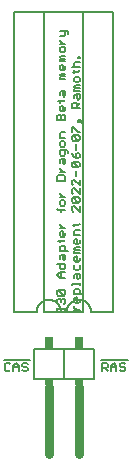
<source format=gto>
G75*
%MOIN*%
%OFA0B0*%
%FSLAX24Y24*%
%IPPOS*%
%LPD*%
%AMOC8*
5,1,8,0,0,1.08239X$1,22.5*
%
%ADD10C,0.0050*%
%ADD11C,0.0060*%
%ADD12C,0.0300*%
%ADD13R,0.0300X0.0200*%
%ADD14R,0.0300X0.0400*%
D10*
X000720Y003025D02*
X000810Y003025D01*
X000855Y003070D01*
X000855Y003250D02*
X000810Y003295D01*
X000720Y003295D01*
X000675Y003250D01*
X000675Y003070D01*
X000720Y003025D01*
X000650Y003395D02*
X001534Y003395D01*
X001399Y003295D02*
X001444Y003250D01*
X001399Y003295D02*
X001309Y003295D01*
X001264Y003250D01*
X001264Y003205D01*
X001309Y003160D01*
X001399Y003160D01*
X001444Y003115D01*
X001444Y003070D01*
X001399Y003025D01*
X001309Y003025D01*
X001264Y003070D01*
X001150Y003025D02*
X001150Y003205D01*
X001060Y003295D01*
X000970Y003205D01*
X000970Y003025D01*
X000970Y003160D02*
X001150Y003160D01*
X002425Y005051D02*
X002425Y005142D01*
X002425Y005097D02*
X002695Y005097D01*
X002695Y005142D02*
X002695Y005051D01*
X002650Y005248D02*
X002695Y005293D01*
X002695Y005383D01*
X002650Y005428D01*
X002605Y005428D01*
X002560Y005383D01*
X002560Y005338D01*
X002560Y005383D02*
X002515Y005428D01*
X002470Y005428D01*
X002425Y005383D01*
X002425Y005293D01*
X002470Y005248D01*
X002470Y005543D02*
X002425Y005588D01*
X002425Y005678D01*
X002470Y005723D01*
X002650Y005543D01*
X002695Y005588D01*
X002695Y005678D01*
X002650Y005723D01*
X002470Y005723D01*
X002470Y005543D02*
X002650Y005543D01*
X002905Y005886D02*
X002905Y005931D01*
X003175Y005931D01*
X003175Y005886D02*
X003175Y005976D01*
X003130Y006083D02*
X003085Y006128D01*
X003085Y006263D01*
X003040Y006263D02*
X003175Y006263D01*
X003175Y006128D01*
X003130Y006083D01*
X002995Y006218D02*
X003040Y006263D01*
X002995Y006218D02*
X002995Y006128D01*
X003040Y006377D02*
X003130Y006377D01*
X003175Y006422D01*
X003175Y006558D01*
X003130Y006672D02*
X003040Y006672D01*
X002995Y006717D01*
X002995Y006807D01*
X003040Y006852D01*
X003085Y006852D01*
X003085Y006672D01*
X003130Y006672D02*
X003175Y006717D01*
X003175Y006807D01*
X003175Y006967D02*
X002995Y006967D01*
X002995Y007012D01*
X003040Y007057D01*
X002995Y007102D01*
X003040Y007147D01*
X003175Y007147D01*
X003175Y007057D02*
X003040Y007057D01*
X003040Y007261D02*
X002995Y007306D01*
X002995Y007396D01*
X003040Y007442D01*
X003085Y007442D01*
X003085Y007261D01*
X003130Y007261D02*
X003040Y007261D01*
X003130Y007261D02*
X003175Y007306D01*
X003175Y007396D01*
X003175Y007556D02*
X002995Y007556D01*
X002995Y007691D01*
X003040Y007736D01*
X003175Y007736D01*
X003130Y007896D02*
X003175Y007941D01*
X003130Y007896D02*
X002950Y007896D01*
X002995Y007851D02*
X002995Y007941D01*
X002950Y008342D02*
X002905Y008387D01*
X002905Y008477D01*
X002950Y008522D01*
X002995Y008522D01*
X003175Y008342D01*
X003175Y008522D01*
X003130Y008636D02*
X002950Y008817D01*
X003130Y008817D01*
X003175Y008772D01*
X003175Y008681D01*
X003130Y008636D01*
X002950Y008636D01*
X002905Y008681D01*
X002905Y008772D01*
X002950Y008817D01*
X002950Y008931D02*
X002905Y008976D01*
X002905Y009066D01*
X002950Y009111D01*
X002995Y009111D01*
X003175Y008931D01*
X003175Y009111D01*
X003175Y009226D02*
X002995Y009406D01*
X002950Y009406D01*
X002905Y009361D01*
X002905Y009271D01*
X002950Y009226D01*
X003040Y009520D02*
X003040Y009701D01*
X003130Y009815D02*
X002950Y009995D01*
X003130Y009995D01*
X003175Y009950D01*
X003175Y009860D01*
X003130Y009815D01*
X002950Y009815D01*
X002905Y009860D01*
X002905Y009950D01*
X002950Y009995D01*
X003040Y010110D02*
X002950Y010200D01*
X002905Y010290D01*
X002785Y010298D02*
X002785Y010343D01*
X002740Y010388D01*
X002515Y010388D01*
X002515Y010253D01*
X002560Y010208D01*
X002650Y010208D01*
X002695Y010253D01*
X002695Y010388D01*
X002650Y010503D02*
X002695Y010548D01*
X002695Y010638D01*
X002650Y010683D01*
X002560Y010683D01*
X002515Y010638D01*
X002515Y010548D01*
X002560Y010503D01*
X002650Y010503D01*
X002695Y010797D02*
X002515Y010797D01*
X002515Y010932D01*
X002560Y010977D01*
X002695Y010977D01*
X002695Y011387D02*
X002695Y011522D01*
X002650Y011567D01*
X002605Y011567D01*
X002560Y011522D01*
X002560Y011387D01*
X002560Y011522D02*
X002515Y011567D01*
X002470Y011567D01*
X002425Y011522D01*
X002425Y011387D01*
X002695Y011387D01*
X002650Y011681D02*
X002560Y011681D01*
X002515Y011726D01*
X002515Y011816D01*
X002560Y011861D01*
X002605Y011861D01*
X002605Y011681D01*
X002650Y011681D02*
X002695Y011726D01*
X002695Y011816D01*
X002650Y012021D02*
X002695Y012066D01*
X002650Y012021D02*
X002470Y012021D01*
X002515Y011976D02*
X002515Y012066D01*
X002515Y012217D02*
X002515Y012307D01*
X002560Y012352D01*
X002695Y012352D01*
X002695Y012217D01*
X002650Y012172D01*
X002605Y012217D01*
X002605Y012352D01*
X002695Y012762D02*
X002515Y012762D01*
X002515Y012807D01*
X002560Y012852D01*
X002515Y012897D01*
X002560Y012942D01*
X002695Y012942D01*
X002695Y012852D02*
X002560Y012852D01*
X002560Y013056D02*
X002515Y013101D01*
X002515Y013191D01*
X002560Y013236D01*
X002605Y013236D01*
X002605Y013056D01*
X002650Y013056D02*
X002560Y013056D01*
X002650Y013056D02*
X002695Y013101D01*
X002695Y013191D01*
X002695Y013351D02*
X002515Y013351D01*
X002515Y013396D01*
X002560Y013441D01*
X002515Y013486D01*
X002560Y013531D01*
X002695Y013531D01*
X002695Y013441D02*
X002560Y013441D01*
X002560Y013645D02*
X002515Y013691D01*
X002515Y013781D01*
X002560Y013826D01*
X002650Y013826D01*
X002695Y013781D01*
X002695Y013691D01*
X002650Y013645D01*
X002560Y013645D01*
X002605Y013940D02*
X002515Y014030D01*
X002515Y014075D01*
X002515Y014186D02*
X002650Y014186D01*
X002695Y014231D01*
X002695Y014366D01*
X002740Y014366D02*
X002785Y014321D01*
X002785Y014276D01*
X002740Y014366D02*
X002515Y014366D01*
X002515Y013940D02*
X002695Y013940D01*
X002905Y013154D02*
X003175Y013154D01*
X003175Y013048D02*
X003130Y013003D01*
X002950Y013003D01*
X002995Y012958D02*
X002995Y013048D01*
X003040Y013154D02*
X002995Y013199D01*
X002995Y013290D01*
X003040Y013335D01*
X003175Y013335D01*
X003175Y013449D02*
X003175Y013494D01*
X003130Y013494D01*
X003130Y013449D01*
X003175Y013449D01*
X003130Y012843D02*
X003040Y012843D01*
X002995Y012798D01*
X002995Y012708D01*
X003040Y012663D01*
X003130Y012663D01*
X003175Y012708D01*
X003175Y012798D01*
X003130Y012843D01*
X003175Y012549D02*
X003040Y012549D01*
X002995Y012504D01*
X003040Y012459D01*
X003175Y012459D01*
X003175Y012369D02*
X002995Y012369D01*
X002995Y012414D01*
X003040Y012459D01*
X003040Y012254D02*
X003175Y012254D01*
X003175Y012119D01*
X003130Y012074D01*
X003085Y012119D01*
X003085Y012254D01*
X003040Y012254D02*
X002995Y012209D01*
X002995Y012119D01*
X002950Y011960D02*
X003040Y011960D01*
X003085Y011914D01*
X003085Y011779D01*
X003175Y011779D02*
X002905Y011779D01*
X002905Y011914D01*
X002950Y011960D01*
X003085Y011869D02*
X003175Y011960D01*
X003175Y011378D02*
X003175Y011333D01*
X003130Y011333D01*
X003130Y011378D01*
X003175Y011378D01*
X003265Y011288D01*
X003175Y010994D02*
X003130Y010994D01*
X002950Y011174D01*
X002905Y011174D01*
X002905Y010994D01*
X002950Y010879D02*
X002905Y010834D01*
X002905Y010744D01*
X002950Y010699D01*
X003130Y010699D01*
X002950Y010879D01*
X003130Y010879D01*
X003175Y010834D01*
X003175Y010744D01*
X003130Y010699D01*
X003040Y010584D02*
X003040Y010404D01*
X003085Y010290D02*
X003040Y010245D01*
X003040Y010110D01*
X003130Y010110D01*
X003175Y010155D01*
X003175Y010245D01*
X003130Y010290D01*
X003085Y010290D01*
X003175Y009406D02*
X003175Y009226D01*
X002695Y009373D02*
X002695Y009508D01*
X002650Y009553D01*
X002470Y009553D01*
X002425Y009508D01*
X002425Y009373D01*
X002695Y009373D01*
X002695Y009668D02*
X002515Y009668D01*
X002515Y009758D02*
X002515Y009803D01*
X002515Y009758D02*
X002605Y009668D01*
X002650Y009913D02*
X002605Y009958D01*
X002605Y010093D01*
X002560Y010093D02*
X002695Y010093D01*
X002695Y009958D01*
X002650Y009913D01*
X002515Y010048D02*
X002560Y010093D01*
X002515Y010048D02*
X002515Y009958D01*
X002515Y008968D02*
X002515Y008923D01*
X002605Y008833D01*
X002695Y008833D02*
X002515Y008833D01*
X002560Y008718D02*
X002515Y008673D01*
X002515Y008583D01*
X002560Y008538D01*
X002650Y008538D01*
X002695Y008583D01*
X002695Y008673D01*
X002650Y008718D01*
X002560Y008718D01*
X002560Y008432D02*
X002560Y008342D01*
X002470Y008387D02*
X002425Y008432D01*
X002470Y008387D02*
X002695Y008387D01*
X002515Y007937D02*
X002515Y007892D01*
X002605Y007802D01*
X002695Y007802D02*
X002515Y007802D01*
X002560Y007687D02*
X002515Y007642D01*
X002515Y007552D01*
X002560Y007507D01*
X002650Y007507D01*
X002695Y007552D01*
X002695Y007642D01*
X002605Y007687D02*
X002605Y007507D01*
X002695Y007401D02*
X002650Y007356D01*
X002470Y007356D01*
X002515Y007401D02*
X002515Y007310D01*
X002560Y007196D02*
X002515Y007151D01*
X002515Y007016D01*
X002785Y007016D01*
X002695Y007016D02*
X002695Y007151D01*
X002650Y007196D01*
X002560Y007196D01*
X002560Y006901D02*
X002695Y006901D01*
X002695Y006766D01*
X002650Y006721D01*
X002605Y006766D01*
X002605Y006901D01*
X002560Y006901D02*
X002515Y006856D01*
X002515Y006766D01*
X002515Y006607D02*
X002515Y006472D01*
X002560Y006427D01*
X002650Y006427D01*
X002695Y006472D01*
X002695Y006607D01*
X002425Y006607D01*
X002515Y006312D02*
X002695Y006312D01*
X002695Y006132D02*
X002515Y006132D01*
X002425Y006222D01*
X002515Y006312D01*
X002560Y006312D02*
X002560Y006132D01*
X002995Y006422D02*
X003040Y006377D01*
X002995Y006422D02*
X002995Y006558D01*
X003040Y005772D02*
X002995Y005727D01*
X002995Y005592D01*
X003265Y005592D01*
X003175Y005592D02*
X003175Y005727D01*
X003130Y005772D01*
X003040Y005772D01*
X003040Y005477D02*
X002995Y005432D01*
X002995Y005342D01*
X003040Y005297D01*
X003130Y005297D01*
X003175Y005342D01*
X003175Y005432D01*
X003085Y005477D02*
X003085Y005297D01*
X002995Y005142D02*
X003085Y005051D01*
X003175Y005051D02*
X002995Y005051D01*
X002995Y005142D02*
X002995Y005187D01*
X003040Y005477D02*
X003085Y005477D01*
X003900Y003395D02*
X004784Y003395D01*
X004649Y003295D02*
X004694Y003250D01*
X004649Y003295D02*
X004559Y003295D01*
X004514Y003250D01*
X004514Y003205D01*
X004559Y003160D01*
X004649Y003160D01*
X004694Y003115D01*
X004694Y003070D01*
X004649Y003025D01*
X004559Y003025D01*
X004514Y003070D01*
X004400Y003025D02*
X004400Y003205D01*
X004310Y003295D01*
X004220Y003205D01*
X004220Y003025D01*
X004220Y003160D02*
X004400Y003160D01*
X004105Y003160D02*
X004060Y003115D01*
X003925Y003115D01*
X003925Y003025D02*
X003925Y003295D01*
X004060Y003295D01*
X004105Y003250D01*
X004105Y003160D01*
X004015Y003115D02*
X004105Y003025D01*
X002605Y007687D02*
X002560Y007687D01*
D11*
X002550Y005000D02*
X003300Y005000D01*
X003300Y015000D01*
X001000Y015000D01*
X001000Y005000D01*
X001750Y005000D01*
X002000Y005000D02*
X002750Y005000D01*
X002752Y005039D01*
X002758Y005078D01*
X002767Y005116D01*
X002780Y005153D01*
X002797Y005189D01*
X002817Y005222D01*
X002841Y005254D01*
X002867Y005283D01*
X002896Y005309D01*
X002928Y005333D01*
X002961Y005353D01*
X002997Y005370D01*
X003034Y005383D01*
X003072Y005392D01*
X003111Y005398D01*
X003150Y005400D01*
X003189Y005398D01*
X003228Y005392D01*
X003266Y005383D01*
X003303Y005370D01*
X003339Y005353D01*
X003372Y005333D01*
X003404Y005309D01*
X003433Y005283D01*
X003459Y005254D01*
X003483Y005222D01*
X003503Y005189D01*
X003520Y005153D01*
X003533Y005116D01*
X003542Y005078D01*
X003548Y005039D01*
X003550Y005000D01*
X004300Y005000D01*
X004300Y015000D01*
X002000Y015000D01*
X002000Y005000D01*
X001750Y005000D02*
X001752Y005039D01*
X001758Y005078D01*
X001767Y005116D01*
X001780Y005153D01*
X001797Y005189D01*
X001817Y005222D01*
X001841Y005254D01*
X001867Y005283D01*
X001896Y005309D01*
X001928Y005333D01*
X001961Y005353D01*
X001997Y005370D01*
X002034Y005383D01*
X002072Y005392D01*
X002111Y005398D01*
X002150Y005400D01*
X002189Y005398D01*
X002228Y005392D01*
X002266Y005383D01*
X002303Y005370D01*
X002339Y005353D01*
X002372Y005333D01*
X002404Y005309D01*
X002433Y005283D01*
X002459Y005254D01*
X002483Y005222D01*
X002503Y005189D01*
X002520Y005153D01*
X002533Y005116D01*
X002542Y005078D01*
X002548Y005039D01*
X002550Y005000D01*
X002650Y003750D02*
X001650Y003750D01*
X001650Y002750D01*
X002650Y002750D01*
X003650Y002750D01*
X003650Y003750D01*
X002650Y003750D01*
X002650Y002750D01*
D12*
X003150Y002500D02*
X003150Y000250D01*
X002150Y000250D02*
X002150Y002500D01*
D13*
X002150Y002650D03*
X003150Y002650D03*
D14*
X003150Y003950D03*
X002150Y003950D03*
M02*

</source>
